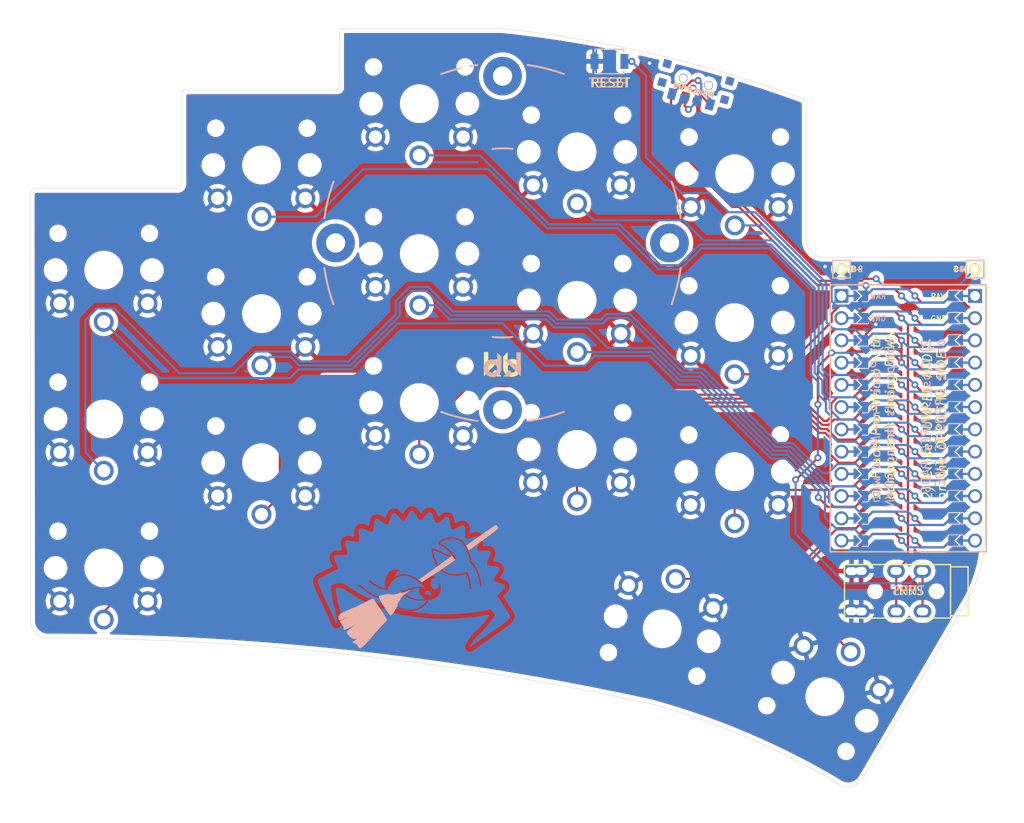
<source format=kicad_pcb>
(kicad_pcb (version 20211014) (generator pcbnew)
  (layers (0 "F.Cu" signal) (31 "B.Cu" signal) (34 "B.Paste" user) (35 "F.Paste" user) (36 "B.SilkS" user "B.Silkscreen") (37 "F.SilkS" user "F.Silkscreen") (38 "B.Mask" user) (39 "F.Mask" user) (44 "Edge.Cuts" user))
  (net 0 "")
  (net 1 "gnd")
  (net 2 "vcc")
  (net 3 "Switch18")
  (net 4 "reset")
  (net 5 "Switch1")
  (net 6 "Switch2")
  (net 7 "Switch3")
  (net 8 "Switch4")
  (net 9 "Switch5")
  (net 10 "Switch6")
  (net 11 "Switch7")
  (net 12 "Switch8")
  (net 13 "Switch9")
  (net 14 "Switch10")
  (net 15 "Switch11")
  (net 16 "Switch12")
  (net 17 "Switch13")
  (net 18 "Switch14")
  (net 19 "Switch15")
  (net 20 "Switch16")
  (net 21 "Switch17")
  (net 22 "raw")
  (net 23 "BT+_r")
  (net 24 "Net-(SW_POWERR1-Pad1)")
  (footprint "kbd:1pin_conn" (layer "F.Cu") (at 126.492 45.974)
    (fp_text reference "B+")
    (fp_text value "MountingHole_Pad" hide)
  )
  (footprint "kbd:1pin_conn" (layer "F.Cu") (at 111.252 45.974)
    (fp_text reference "B-")
    (fp_text value "MountingHole_Pad" hide)
  )
  (footprint "Kailh:TRRS-PJ-DPB2" (layer "F.Cu") (at 123.698 82.75 -90)
    (fp_text reference "J2")
    (fp_text value "AudioJack4dpb" hide)
  )
  (footprint "Sweep half-swept:SW_PG1350_rev_DPB" (layer "F.Cu") (at 27.08 46.08)
    (fp_text reference "SW1" hide)
    (fp_text value "SW_Push" hide)
  )
  (footprint "Sweep half-swept:SW_PG1350_rev_DPB" (layer "F.Cu") (at 45.08 34.08)
    (fp_text reference "SW2" hide)
    (fp_text value "SW_Push" hide)
  )
  (footprint "Sweep half-swept:SW_PG1350_rev_DPB" (layer "F.Cu") (at 63.08 27.08)
    (fp_text reference "SW3" hide)
    (fp_text value "SW_Push" hide)
  )
  (footprint "Sweep half-swept:SW_PG1350_rev_DPB" (layer "F.Cu") (at 81.08 32.58)
    (fp_text reference "SW4" hide)
    (fp_text value "SW_Push" hide)
  )
  (footprint "Sweep half-swept:SW_PG1350_rev_DPB" (layer "F.Cu") (at 99.08 35.08)
    (fp_text reference "SW5" hide)
    (fp_text value "SW_Push" hide)
  )
  (footprint "Sweep half-swept:SW_PG1350_rev_DPB" (layer "F.Cu") (at 27.08 63.08)
    (fp_text reference "SW6" hide)
    (fp_text value "SW_Push" hide)
  )
  (footprint "Sweep half-swept:SW_PG1350_rev_DPB" (layer "F.Cu") (at 45.08 51.054)
    (fp_text reference "SW7" hide)
    (fp_text value "SW_Push" hide)
  )
  (footprint "Sweep half-swept:SW_PG1350_rev_DPB" (layer "F.Cu") (at 63.08 44.196)
    (fp_text reference "SW8" hide)
    (fp_text value "SW_Push" hide)
  )
  (footprint "Sweep half-swept:SW_PG1350_rev_DPB" (layer "F.Cu") (at 81.08 49.53)
    (fp_text reference "SW9" hide)
    (fp_text value "SW_Push" hide)
  )
  (footprint "Sweep half-swept:SW_PG1350_rev_DPB" (layer "F.Cu") (at 99.06 52.07)
    (fp_text reference "SW10" hide)
    (fp_text value "SW_Push" hide)
  )
  (footprint "Sweep half-swept:SW_PG1350_rev_DPB" (layer "F.Cu") (at 27.08 80.08)
    (fp_text reference "SW11" hide)
    (fp_text value "SW_Push" hide)
  )
  (footprint "Sweep half-swept:SW_PG1350_rev_DPB" (layer "F.Cu") (at 45.08 68.072)
    (fp_text reference "SW12" hide)
    (fp_text value "SW_Push" hide)
  )
  (footprint "Sweep half-swept:SW_PG1350_rev_DPB" (layer "F.Cu") (at 63.08 61.214)
    (fp_text reference "SW13" hide)
    (fp_text value "SW_Push" hide)
  )
  (footprint "Sweep half-swept:SW_PG1350_rev_DPB" (layer "F.Cu") (at 81.08 66.548)
    (fp_text reference "SW14" hide)
    (fp_text value "SW_Push" hide)
  )
  (footprint "Sweep half-swept:SW_PG1350_rev_DPB" (layer "F.Cu") (at 99.06 69.088)
    (fp_text reference "SW15" hide)
    (fp_text value "SW_Push" hide)
  )
  (footprint "Sweep half-swept:SW_PG1350_rev_DPB" (layer "F.Cu") (at 109.356 94.78 150)
    (fp_text reference "SW17" hide)
    (fp_text value "SW_Push" hide)
  )
  (footprint "Sweep half-swept:SW_PG1350_rev_DPB" (layer "F.Cu") (at 90.796 87.03 165)
    (fp_text reference "SW16" hide)
    (fp_text value "SW_Push" hide)
  )
  (footprint "* duckyb-collection:ProMicro_jumpers_facedown" (layer "F.Cu") (at 118.872 62.992 -90)
    (fp_text reference "U1" hide)
    (fp_text value "ProMicro-kbd" hide)
  )
  (footprint "kbd:Tenting_Puck2" (layer "F.Cu") (at 72.58 42.98)
    (fp_text reference "REF**" hide)
    (fp_text value "Tenting Puck" hide)
  )
  (footprint "Kailh:SPDT_C128955" (layer "F.Cu") (at 94.6404 24.570573 -15.5)
    (fp_text reference "POWER SW")
    (fp_text value "SW_SPDT")
  )
  (footprint "* duckyb-collection:Tactile-Switch_SMT" (layer "F.Cu") (at 84.7852 22.2504)
    (fp_text reference "RSW2" hide)
    (fp_text value "SW_Push")
  )
  (footprint "Kailh:ferris_broom" (layer "B.Cu") (at 64.008 82.042 170)
    (fp_text reference "G***" hide)
    (fp_text value "LOGO" hide)
  )
  (gr_arc (start 126.885 44.612) (mid 127.41533 44.83167) (end 127.635 45.362) (layer "Edge.Cuts") (width 0.05))
  (gr_line (start 18.690055 37.5) (end 18.730254 86.245024) (layer "Edge.Cuts") (width 0.05))
  (gr_arc (start 106.78729 26.456889) (mid 107.104079 26.733645) (end 107.222045 27.137419) (layer "Edge.Cuts") (width 0.05))
  (gr_arc (start 89.409134 95.561946) (mid 100.486488 99.421597) (end 110.938 104.748) (layer "Edge.Cuts") (width 0.05))
  (gr_arc (start 109.257002 44.614917) (mid 107.844534 44.065716) (end 107.222001 42.683999) (layer "Edge.Cuts") (width 0.05))
  (gr_arc (start 72.5 18.5) (mid 89.88741 21.428029) (end 106.78729 26.456889) (layer "Edge.Cuts") (width 0.05))
  (gr_arc (start 113.67 104.149265) (mid 112.428995 105.01898) (end 110.938 104.748) (layer "Edge.Cuts") (width 0.05))
  (gr_arc (start 20.768 88.081119) (mid 55.288442 89.987554) (end 89.409134 95.561946) (layer "Edge.Cuts") (width 0.05))
  (gr_arc (start 20.768 88.081119) (mid 19.380573 87.572102) (end 18.730254 86.245024) (layer "Edge.Cuts") (width 0.05))
  (gr_line (start 127.635 45.362) (end 127.635 62.484) (layer "Edge.Cuts") (width 0.05))
  (gr_line (start 107.222001 42.683999) (end 107.222045 27.137419) (layer "Edge.Cuts") (width 0.05))
  (gr_line (start 109.257002 44.614917) (end 126.885 44.612) (layer "Edge.Cuts") (width 0.05))
  (gr_line (start 125.888304 83.312) (end 113.67 104.149265) (layer "Edge.Cuts") (width 0.05))
  (gr_arc (start 127.635 75.98785) (mid 127.177913 79.749197) (end 125.888304 83.312) (layer "Edge.Cuts") (width 0.05))
  (gr_line (start 127.635 62.484) (end 127.647 69.85) (layer "Edge.Cuts") (width 0.05))
  (gr_line (start 127.647 69.85) (end 127.635 75.98785) (layer "Edge.Cuts") (width 0.05))
  (gr_arc (start 36 36.25) (mid 35.853553 36.603553) (end 35.5 36.75) (layer "Edge.Cuts") (width 0.05))
  (gr_line (start 54 25.25) (end 54 18.75) (layer "Edge.Cuts") (width 0.05))
  (gr_arc (start 54 18.75) (mid 54.073223 18.573223) (end 54.25 18.5) (layer "Edge.Cuts") (width 0.05))
  (gr_arc (start 18.690055 37.5) (mid 18.845482 37.032016) (end 19.25 36.75) (layer "Edge.Cuts") (width 0.05))
  (gr_arc (start 36 25.75) (mid 36.073223 25.573223) (end 36.25 25.5) (layer "Edge.Cuts") (width 0.05))
  (gr_line (start 19.25 36.75) (end 35.5 36.75) (layer "Edge.Cuts") (width 0.05))
  (gr_line (start 36 36.25) (end 36 25.75) (layer "Edge.Cuts") (width 0.05))
  (gr_line (start 54.25 18.5) (end 72.5 18.5) (layer "Edge.Cuts") (width 0.05))
  (gr_arc (start 54 25.25) (mid 53.926777 25.426777) (end 53.75 25.5) (layer "Edge.Cuts") (width 0.05))
  (gr_line (start 36.25 25.5) (end 53.75 25.5) (layer "Edge.Cuts") (width 0.05))
  (gr_text "RAW" (at 116.40097 49.0728) (layer "B.SilkS") (effects (font (size 0.6 0.6) (thickness 0.12)) (justify left mirror)))
  (gr_text "B-" (at 113.03 45.974) (layer "B.SilkS") (effects (font (size 0.6 0.6)) (justify mirror)))
  (gr_text "2) Close JUMPER PADS\non the OPPOSITE SIDE" (at 121.7168 53.7464 90) (layer "B.SilkS") (effects (font (size 1 1) (thickness 0.15) italic) (justify left mirror)))
  (gr_text "GND" (at 116.40097 51.6128) (layer "B.SilkS") (effects (font (size 0.6 0.6) (thickness 0.12)) (justify left mirror)))
  (gr_text "1) Place Pro-Micro with\ncomponents facing DOWN" (at 115.9764 53.7464 90) (layer "B.SilkS") (effects (font (size 1 1) (thickness 0.15) italic) (justify left mirror)))
  (gr_text "B+" (at 124.587 45.974) (layer "B.SilkS") (effects (font (size 0.6 0.6)) (justify mirror)))
  (gr_text "1) Place Pro-Micro with\ncomponents facing DOWN" (at 115.9764 72.4408 90) (layer "F.SilkS") (effects (font (size 1 1) (thickness 0.15) italic) (justify left)))
  (gr_text "GND" (at 121.3612 51.6128) (layer "F.SilkS") (effects (font (size 0.6 0.6) (thickness 0.12)) (justify left)))
  (gr_text "2) Close JUMPER PADS\non the OPPOSITE SIDE" (at 121.8692 72.4408 90) (layer "F.SilkS") (effects (font (size 1 1) (thickness 0.15) italic) (justify left)))
  (gr_text "TRRS" (at 118.872 82.677) (layer "F.SilkS") (effects (font (size 1 1))))
  (gr_text "RAW" (at 121.3612 49.0728) (layer "F.SilkS") (effects (font (size 0.6 0.6) (thickness 0.12)) (justify left)))
  (segment (start 114.046 53.3908) (end 115.1636 52.2732) (width 0.25) (layer "F.Cu") (net 1))
  (segment (start 118.11 56.642) (end 118.11 54.102) (width 0.25) (layer "F.Cu") (net 1))
  (segment (start 114.046 54.102) (end 114.046 53.3908) (width 0.25) (layer "F.Cu") (net 1))
  (via (at 115.1636 52.2732) (size 0.8) (drill 0.4) (layers "F.Cu" "B.Cu") (net 1))
  (via (at 109.3724 45.6692) (size 0.8) (drill 0.4) (layers "F.Cu" "B.Cu") (net 1))
  (via (at 89.3572 22.4536) (size 0.8) (drill 0.4) (layers "F.Cu" "B.Cu") (net 1))
  (segment (start 112.630511 50.146511) (end 110.661711 50.146511) (width 0.25) (layer "B.Cu") (net 1))
  (segment (start 110.127489 47.098511) (end 111.252 45.974) (width 0.25) (layer "B.Cu") (net 1))
  (segment (start 114.7572 52.2732) (end 114.046 51.562) (width 0.25) (layer "B.Cu") (net 1))
  (segment (start 110.661711 50.146511) (end 110.127489 49.612289) (width 0.25) (layer "B.Cu") (net 1))
  (segment (start 114.046 51.562) (end 112.630511 50.146511) (width 0.25) (layer "B.Cu") (net 1))
  (segment (start 115.1636 52.2732) (end 114.7572 52.2732) (width 0.25) (layer "B.Cu") (net 1))
  (segment (start 110.127489 49.612289) (end 110.127489 47.098511) (width 0.25) (layer "B.Cu") (net 1))
  (segment (start 120.498 85.05) (end 120.498 80.44) (width 0.25) (layer "F.Cu") (net 2))
  (segment (start 108.5596 57.0992) (end 108.5596 61.4172) (width 0.25) (layer "F.Cu") (net 2))
  (segment (start 106.0196 70.0024) (end 106.0704 70.0024) (width 0.25) (layer "F.Cu") (net 2))
  (segment (start 106.0704 70.0024) (end 108.5596 67.5132) (width 0.25) (layer "F.Cu") (net 2))
  (segment (start 120.498 80.44) (end 120.478 80.42) (width 0.25) (layer "F.Cu") (net 2))
  (segment (start 110.1344 55.5244) (end 108.5596 57.0992) (width 0.25) (layer "F.Cu") (net 2))
  (via (at 106.0196 70.0024) (size 0.8) (drill 0.4) (layers "F.Cu" "B.Cu") (net 2))
  (via (at 110.1344 55.5244) (size 0.8) (drill 0.4) (layers "F.Cu" "B.Cu") (net 2))
  (via (at 108.5596 67.5132) (size 0.8) (drill 0.4) (layers "F.Cu" "B.Cu") (net 2))
  (via (at 108.5596 61.4172) (size 0.8) (drill 0.4) (layers "F.Cu" "B.Cu") (net 2))
  (segment (start 108.5596 67.5132) (end 108.5596 61.4172) (width 0.25) (layer "B.Cu") (net 2))
  (segment (start 111.6584 81.8388) (end 119.0592 81.8388) (width 0.25) (layer "B.Cu") (net 2))
  (segment (start 110.141311 55.517489) (end 112.921489 55.517489) (width 0.25) (layer "B.Cu") (net 2))
  (segment (start 112.921489 55.517489) (end 114.046 56.642) (width 0.25) (layer "B.Cu") (net 2))
  (segment (start 119.0592 81.8388) (end 120.478 80.42) (width 0.25) (layer "B.Cu") (net 2))
  (segment (start 106.0196 70.0024) (end 106.0196 76.2) (width 0.25) (layer "B.Cu") (net 2))
  (segment (start 110.1344 55.5244) (end 110.141311 55.517489) (width 0.25) (layer "B.Cu") (net 2))
  (segment (start 106.0196 76.2) (end 111.6584 81.8388) (width 0.25) (layer "B.Cu") (net 2))
  (segment (start 118.11 51.562) (end 118.834511 52.286511) (width 0.25) (layer "F.Cu") (net 3))
  (segment (start 118.834511 52.286511) (end 118.834511 79.063489) (width 0.25) (layer "F.Cu") (net 3))
  (segment (start 117.498 80.44) (end 117.478 80.42) (width 0.25) (layer "F.Cu") (net 3))
  (segment (start 118.834511 79.063489) (end 117.478 80.42) (width 0.25) (layer "F.Cu") (net 3))
  (segment (start 117.498 85.05) (end 117.498 80.44) (width 0.25) (layer "F.Cu") (net 3))
  (segment (start 87.3252 22.2504) (end 86.4852 22.2504) (width 0.25) (layer "F.Cu") (net 4))
  (via (at 87.3252 22.2504) (size 0.8) (drill 0.4) (layers "F.Cu" "B.Cu") (net 4))
  (segment (start 86.4852 22.2504) (end 87.3252 22.2504) (width 0.25) (layer "B.Cu") (net 4))
  (segment (start 87.3252 22.2504) (end 88.9508 23.876) (width 0.25) (layer "B.Cu") (net 4))
  (segment (start 88.9508 33.217792) (end 93.020208 37.2872) (width 0.25) (layer "B.Cu") (net 4))
  (segment (start 88.9508 23.876) (end 88.9508 33.217792) (width 0.25) (layer "B.Cu") (net 4))
  (segment (start 96.172452 37.2872) (end 98.356852 39.4716) (width 0.25) (layer "B.Cu") (net 4))
  (segment (start 109.54488 52.03928) (end 110.3376 52.832) (width 0.25) (layer "B.Cu") (net 4))
  (segment (start 93.020208 37.2872) (end 96.172452 37.2872) (width 0.25) (layer "B.Cu") (net 4))
  (segment (start 109.54488 47.593566) (end 109.54488 52.03928) (width 0.25) (layer "B.Cu") (net 4))
  (segment (start 98.356852 39.4716) (end 101.422914 39.4716) (width 0.25) (layer "B.Cu") (net 4))
  (segment (start 101.422914 39.4716) (end 109.54488 47.593566) (width 0.25) (layer "B.Cu") (net 4))
  (segment (start 110.3376 52.832) (end 112.776 52.832) (width 0.25) (layer "B.Cu") (net 4))
  (segment (start 112.776 52.832) (end 114.046 54.102) (width 0.25) (layer "B.Cu") (net 4))
  (segment (start 108.6104 72.0344) (end 109.6772 73.1012) (width 0.25) (layer "F.Cu") (net 5))
  (segment (start 112.8268 73.1012) (end 114.046 71.882) (width 0.25) (layer "F.Cu") (net 5))
  (segment (start 109.6772 73.1012) (end 112.8268 73.1012) (width 0.25) (layer "F.Cu") (net 5))
  (via (at 108.6104 72.0344) (size 0.8) (drill 0.4) (layers "F.Cu" "B.Cu") (net 5))
  (segment (start 108.6104 71.299954) (end 104.925246 67.6148) (width 0.25) (layer "B.Cu") (net 5))
  (segment (start 60.653557 52.14856) (end 55.398597 57.40352) (width 0.25) (layer "B.Cu") (net 5))
  (segment (start 49.32728 57.40352) (end 48.321289 58.409511) (width 0.25) (layer "B.Cu") (net 5))
  (segment (start 103.2256 67.6148) (end 94.742 59.1312) (width 0.25) (layer "B.Cu") (net 5))
  (segment (start 81.9912 56.9976) (end 77.4192 56.9976) (width 0.25) (layer "B.Cu") (net 5))
  (segment (start 83.10928 55.87952) (end 81.9912 56.9976) (width 0.25) (layer "B.Cu") (net 5))
  (segment (start 72.57016 52.14856) (end 60.653557 52.14856) (width 0.25) (layer "B.Cu") (net 5))
  (segment (start 48.321289 58.409511) (end 33.509511 58.409511) (width 0.25) (layer "B.Cu") (net 5))
  (segment (start 108.6104 72.0344) (end 108.6104 71.299954) (width 0.25) (layer "B.Cu") (net 5))
  (segment (start 94.742 59.1312) (end 92.6084 59.1312) (width 0.25) (layer "B.Cu") (net 5))
  (segment (start 55.398597 57.40352) (end 49.32728 57.40352) (width 0.25) (layer "B.Cu") (net 5))
  (segment (start 92.6084 59.1312) (end 89.35672 55.87952) (width 0.25) (layer "B.Cu") (net 5))
  (segment (start 77.4192 56.9976) (end 72.57016 52.14856) (width 0.25) (layer "B.Cu") (net 5))
  (segment (start 33.509511 58.409511) (end 27.08 51.98) (width 0.25) (layer "B.Cu") (net 5))
  (segment (start 89.35672 55.87952) (end 83.10928 55.87952) (width 0.25) (layer "B.Cu") (net 5))
  (segment (start 104.925246 67.6148) (end 103.2256 67.6148) (width 0.25) (layer "B.Cu") (net 5))
  (segment (start 108.62576 60.316396) (end 109.48168 61.172316) (width 0.25) (layer "B.Cu") (net 6))
  (segment (start 108.62576 58.869314) (end 108.62576 60.316396) (width 0.25) (layer "B.Cu") (net 6))
  (segment (start 95.276118 43.5864) (end 102.994846 43.5864) (width 0.25) (layer "B.Cu") (net 6))
  (segment (start 85.69192 41.29272) (end 90.36552 45.96632) (width 0.25) (layer "B.Cu") (net 6))
  (segment (start 110.0328 64.8716) (end 110.838689 65.677489) (width 0.25) (layer "B.Cu") (net 6))
  (segment (start 110.838689 65.677489) (end 112.921489 65.677489) (width 0.25) (layer "B.Cu") (net 6))
  (segment (start 109.48168 62.177698) (end 110.0328 62.728818) (width 0.25) (layer "B.Cu") (net 6))
  (segment (start 90.36552 45.96632) (end 92.896198 45.96632) (width 0.25) (layer "B.Cu") (net 6))
  (segment (start 70.941483 34.544) (end 77.690203 41.29272) (width 0.25) (layer "B.Cu") (net 6))
  (segment (start 110.0328 62.728818) (end 110.0328 64.8716) (width 0.25) (layer "B.Cu") (net 6))
  (segment (start 102.994846 43.5864) (end 107.7468 48.338354) (width 0.25) (layer "B.Cu") (net 6))
  (segment (start 45.08 39.98) (end 51.2568 39.98) (width 0.25) (layer "B.Cu") (net 6))
  (segment (start 109.48168 61.172316) (end 109.48168 62.177698) (width 0.25) (layer "B.Cu") (net 6))
  (segment (start 51.2568 39.98) (end 56.6928 34.544) (width 0.25) (layer "B.Cu") (net 6))
  (segment (start 112.921489 65.677489) (end 114.046 66.802) (width 0.25) (layer "B.Cu") (net 6))
  (segment (start 107.7468 57.990354) (end 108.62576 58.869314) (width 0.25) (layer "B.Cu") (net 6))
  (segment (start 92.896198 45.96632) (end 95.276118 43.5864) (width 0.25) (layer "B.Cu") (net 6))
  (segment (start 56.6928 34.544) (end 70.941483 34.544) (width 0.25) (layer "B.Cu") (net 6))
  (segment (start 107.7468 48.338354) (end 107.7468 57.990354) (width 0.25) (layer "B.Cu") (net 6))
  (segment (start 77.690203 41.29272) (end 85.69192 41.29272) (width 0.25) (layer "B.Cu") (net 6))
  (segment (start 103.181044 43.13688) (end 108.19632 48.152156) (width 0.25) (layer "B.Cu") (net 7))
  (segment (start 92.71 45.5168) (end 95.089921 43.13688) (width 0.25) (layer "B.Cu") (net 7))
  (segment (start 63.08 32.98) (end 70.0132 32.98) (width 0.25) (layer "B.Cu") (net 7))
  (segment (start 95.089921 43.13688) (end 103.181044 43.13688) (width 0.25) (layer "B.Cu") (net 7))
  (segment (start 109.9312 61.9915) (end 111.077189 63.137489) (width 0.25) (layer "B.Cu") (net 7))
  (segment (start 112.921489 63.137489) (end 114.046 64.262) (width 0.25) (layer "B.Cu") (net 7))
  (segment (start 90.596601 45.5168) (end 92.71 45.5168) (width 0.25) (layer "B.Cu") (net 7))
  (segment (start 85.923001 40.8432) (end 90.596601 45.5168) (width 0.25) (layer "B.Cu") (net 7))
  (segment (start 108.19632 57.804156) (end 109.07528 58.683116) (width 0.25) (layer "B.Cu") (net 7))
  (segment (start 109.9312 60.986118) (end 109.9312 61.9915) (width 0.25) (layer "B.Cu") (net 7))
  (segment (start 70.0132 32.98) (end 77.8764 40.8432) (width 0.25) (layer "B.Cu") (net 7))
  (segment (start 108.19632 48.152156) (end 108.19632 57.804156) (width 0.25) (layer "B.Cu") (net 7))
  (segment (start 109.07528 58.683116) (end 109.07528 60.130198) (width 0.25) (layer "B.Cu") (net 7))
  (segment (start 77.8764 40.8432) (end 85.923001 40.8432) (width 0.25) (layer "B.Cu") (net 7))
  (segment (start 109.07528 60.130198) (end 109.9312 60.986118) (width 0.25) (layer "B.Cu") (net 7))
  (segment (start 111.077189 63.137489) (end 112.921489 63.137489) (width 0.25) (layer "B.Cu") (net 7))
  (segment (start 109.5248 58.496918) (end 109.5248 59.944) (width 0.25) (layer "B.Cu") (net 8))
  (segment (start 108.64584 47.965958) (end 108.64584 57.617958) (width 0.25) (layer "B.Cu") (net 8))
  (segment (start 108.64584 57.617958) (end 109.5248 58.496918) (width 0.25) (layer "B.Cu") (net 8))
  (segment (start 110.178289 60.597489) (end 112.921489 60.597489) (width 0.25) (layer "B.Cu") (net 8))
  (segment (start 109.5248 59.944) (end 110.178289 60.597489) (width 0.25) (layer "B.Cu") (net 8))
  (segment (start 103.367242 42.68736) (end 108.64584 47.965958) (width 0.25) (layer "B.Cu") (net 8))
  (segment (start 95.51936 42.68736) (end 103.367242 42.68736) (width 0.25) (layer "B.Cu") (net 8))
  (segment (start 81.08 38.48) (end 82.986 40.386) (width 0.25) (layer "B.Cu") (net 8))
  (segment (start 82.986 40.386) (end 93.218 40.386) (width 0.25) (layer "B.Cu") (net 8))
  (segment (start 93.218 40.386) (end 95.51936 42.68736) (width 0.25) (layer "B.Cu") (net 8))
  (segment (start 112.921489 60.597489) (end 114.046 61.722) (width 0.25) (layer "B.Cu") (net 8))
  (segment (start 102.2956 40.98) (end 109.09536 47.779763) (width 0.25) (layer "B.Cu") (net 9))
  (segment (start 109.728 58.0644) (end 110.7793 58.0644) (width 0.25) (layer "B.Cu") (net 9))
  (segment (start 110.7793 58.0644) (end 110.786211 58.057489) (width 0.25) (layer "B.Cu") (net 9))
  (segment (start 110.786211 58.057489) (end 112.921489 58.057489) (width 0.25) (layer "B.Cu") (net 9))
  (segment (start 109.09536 57.43176) (end 109.728 58.0644) (width 0.25) (layer "B.Cu") (net 9))
  (segment (start 99.08 40.98) (end 102.2956 40.98) (width 0.25) (layer "B.Cu") (net 9))
  (segment (start 112.921489 58.057489) (end 114.046 59.182) (width 0.25) (layer "B.Cu") (net 9))
  (segment (start 109.09536 47.779763) (end 109.09536 57.43176) (width 0.25) (layer "B.Cu") (net 9))
  (segment (start 103.970392 65.81672) (end 105.670037 65.81672) (width 0.25) (layer "B.Cu") (net 10))
  (segment (start 105.933359 66.080043) (end 109.093716 69.2404) (width 0.25) (layer "B.Cu") (net 10))
  (segment (start 109.093716 69.2404) (end 109.7633 69.2404) (width 0.25) (layer "B.Cu") (net 10))
  (segment (start 24.990979 66.890979) (end 24.990979 51.767821) (width 0.25) (layer "B.Cu") (net 10))
  (segment (start 66.9036 50.8) (end 77.9272 50.8) (width 0.25) (layer "B.Cu") (net 10))
  (segment (start 41.926209 57.844991) (end 44.3992 55.372) (width 0.25) (layer "B.Cu") (net 10))
  (segment (start 87.373843 51.353772) (end 93.353192 57.33312) (width 0.25) (layer "B.Cu") (net 10))
  (segment (start 105.670037 65.81672) (end 105.933359 66.080043) (width 0.25) (layer "B.Cu") (net 10))
  (segment (start 78.85696 51.72976) (end 83.80464 51.72976) (width 0.25) (layer "B.Cu") (net 10))
  (segment (start 110.786211 68.217489) (end 112.921489 68.217489) (width 0.25) (layer "B.Cu") (net 10))
  (segment (start 95.486792 57.33312) (end 103.970392 65.81672) (width 0.25) (layer "B.Cu") (net 10))
  (segment (start 55.026202 56.50448) (end 60.4012 51.129482) (width 0.25) (layer "B.Cu") (net 10))
  (segment (start 64.1096 48.006) (end 66.9036 50.8) (width 0.25) (layer "B.Cu") (net 10))
  (segment (start 84.443951 51.090449) (end 87.110521 51.090449) (width 0.25) (layer "B.Cu") (net 10))
  (segment (start 48.4124 55.372) (end 49.54488 56.50448) (width 0.25) (layer "B.Cu") (net 10))
  (segment (start 109.7633 69.2404) (end 110.786211 68.217489) (width 0.25) (layer "B.Cu") (net 10))
  (segment (start 61.976 48.006) (end 64.1096 48.006) (width 0.25) (layer "B.Cu") (net 10))
  (segment (start 87.110521 51.090449) (end 87.373843 51.353772) (width 0.25) (layer "B.Cu") (net 10))
  (segment (start 60.4012 49.5808) (end 61.976 48.006) (width 0.25) (layer "B.Cu") (net 10))
  (segment (start 28.2956 50.4444) (end 35.696191 57.844991) (width 0.25) (layer "B.Cu") (net 10))
  (segment (start 93.353192 57.33312) (end 95.486792 57.33312) (width 0.25) (layer "B.Cu") (net 10))
  (segment (start 83.80464 51.72976) (end 84.443951 51.090449) (width 0.25) (layer "B.Cu") (net 10))
  (segment (start 49.54488 56.50448) (end 55.026202 56.50448) (width 0.25) (layer "B.Cu") (net 10))
  (segment (start 27.08 68.98) (end 24.990979 66.890979) (width 0.25) (layer "B.Cu") (net 10))
  (segment (start 35.696191 57.844991) (end 41.926209 57.844991) (width 0.25) (layer "B.Cu") (net 10))
  (segment (start 77.9272 50.8) (end 78.85696 51.72976) (width 0.25) (layer "B.Cu") (net 10))
  (segment (start 26.3144 50.4444) (end 28.2956 50.4444) (width 0.25) (layer "B.Cu") (net 10))
  (segment (start 24.990979 51.767821) (end 26.3144 50.4444) (width 0.25) (layer "B.Cu") (net 10))
  (segment (start 44.3992 55.372) (end 48.4124 55.372) (width 0.25) (layer "B.Cu") (net 10))
  (segment (start 60.4012 51.129482) (end 60.4012 49.5808) (width 0.25) (layer "B.Cu") (net 10))
  (segment (start 112.921489 68.217489) (end 114.046 69.342) (width 0.25) (layer "B.Cu") (net 10))
  (segment (start 103.784194 66.26624) (end 105.483839 66.26624) (width 0.25) (layer "B.Cu") (net 11))
  (segment (start 86.924323 51.539969) (end 93.166994 57.78264) (width 0.25) (layer "B.Cu") (net 11))
  (segment (start 93.166994 57.78264) (end 95.300594 57.78264) (width 0.25) (layer "B.Cu") (net 11))
  (segment (start 95.300594 57.78264) (end 103.784194 66.26624) (width 0.25) (layer "B.Cu") (net 11))
  (segment (start 109.975089 70.757489) (end 112.921489 70.757489) (width 0.25) (layer "B.Cu") (net 11))
  (segment (start 112.921489 70.757489) (end 114.046 71.882) (width 0.25) (layer "B.Cu") (net 11))
  (segment (start 60.85072 49.84248) (end 62.23768 48.45552) (width 0.25) (layer "B.Cu") (net 11))
  (segment (start 48.378602 55.97392) (end 49.358683 56.954) (width 0.25) (layer "B.Cu") (net 11))
  (segment (start 46.06008 55.97392) (end 48.378602 55.97392) (width 0.25) (layer "B.Cu") (net 11))
  (segment (start 62.23768 48.45552) (end 63.923403 48.45552) (width 0.25) (layer "B.Cu") (net 11))
  (segment (start 60.85072 51.315679) (end 60.85072 49.84248) (width 0.25) (layer "B.Cu") (net 11))
  (segment (start 45.08 56.954) (end 46.06008 55.97392) (width 0.25) (layer "B.Cu") (net 11))
  (segment (start 66.717403 51.24952) (end 77.741002 51.24952) (width 0.25) (layer "B.Cu") (net 11))
  (segment (start 84.630149 51.539969) (end 86.924323 51.539969) (width 0.25) (layer "B.Cu") (net 11))
  (segment (start 78.670762 52.17928) (end 83.990838 52.17928) (width 0.25) (layer "B.Cu") (net 11))
  (segment (start 105.483839 66.26624) (end 109.975089 70.757489) (width 0.25) (layer "B.Cu") (net 11))
  (segment (start 63.923403 48.45552) (end 66.717403 51.24952) (width 0.25) (layer "B.Cu") (net 11))
  (segment (start 55.2124 56.954) (end 60.85072 51.315679) (width 0.25) (layer "B.Cu") (net 11))
  (segment (start 49.358683 56.954) (end 55.2124 56.954) (width 0.25) (layer "B.Cu") (net 11))
  (segment (start 77.741002 51.24952) (end 78.670762 52.17928) (width 0.25) (layer "B.Cu") (net 11))
  (segment (start 83.990838 52.17928) (end 84.630149 51.539969) (width 0.25) (layer "B.Cu") (net 11))
  (segment (start 84.582 54.9656) (end 89.714236 54.9656) (width 0.25) (layer "B.Cu") (net 12))
  (segment (start 109.82192 71.240039) (end 109.82192 72.53472) (width 0.25) (layer "B.Cu") (net 12))
  (segment (start 64.928165 50.096) (end 66.531206 51.69904) (width 0.25) (layer "B.Cu") (net 12))
  (segment (start 109.82192 72.53472) (end 110.4392 73.152) (width 0.25) (layer "B.Cu") (net 12))
  (segment (start 89.714236 54.9656) (end 92.980796 58.23216) (width 0.25) (layer "B.Cu") (net 12))
  (segment (start 63.08 50.096) (end 64.928165 50.096) (width 0.25) (layer "B.Cu") (net 12))
  (segment (start 103.597996 66.71576) (end 105.297641 66.71576) (width 0.25) (layer "B.Cu") (net 12))
  (segment (start 95.114396 58.23216) (end 103.597996 66.71576) (width 0.25) (layer "B.Cu") (net 12))
  (segment (start 82.2452 52.6288) (end 84.582 54.9656) (width 0.25) (layer "B.Cu") (net 12))
  (segment (start 66.531206 51.69904) (end 77.554804 51.69904) (width 0.25) (layer "B.Cu") (net 12))
  (segment (start 92.980796 58.23216) (end 95.114396 58.23216) (width 0.25) (layer "B.Cu") (net 12))
  (segment (start 112.776 73.152) (end 114.046 74.422) (width 0.25) (layer "B.Cu") (net 12))
  (segment (start 78.484565 52.6288) (end 82.2452 52.6288) (width 0.25) (layer "B.Cu") (net 12))
  (segment (start 110.4392 73.152) (end 112.776 73.152) (width 0.25) (layer "B.Cu") (net 12))
  (segment (start 105.297641 66.71576) (end 109.82192 71.240039) (width 0.25) (layer "B.Cu") (net 12))
  (segment (start 77.554804 51.69904) (end 78.484565 52.6288) (width 0.25) (layer "B.Cu") (net 12))
  (segment (start 112.776 75.692) (end 114.046 76.962) (width 0.25) (layer "B.Cu") (net 13))
  (segment (start 105.111444 67.16528) (end 109.3724 71.426236) (width 0.25) (layer "B.Cu") (net 13))
  (segment (start 110.744 75.692) (end 112.776 75.692) (width 0.25) (layer "B.Cu") (net 13))
  (segment (start 103.411798 67.16528) (end 105.111444 67.16528) (width 0.25) (layer "B.Cu") (net 13))
  (segment (start 81.08 55.43) (end 89.542918 55.43) (width 0.25) (layer "B.Cu") (net 13))
  (segment (start 89.542918 55.43) (end 92.794598 58.68168) (width 0.25) (layer "B.Cu") (net 13))
  (segment (start 109.3724 71.426236) (end 109.3724 74.3204) (width 0.25) (layer "B.Cu") (net 13))
  (segment (start 94.928198 58.68168) (end 103.411798 67.16528) (width 0.25) (layer "B.Cu") (net 13))
  (segment (start 109.3724 74.3204) (end 110.744 75.692) (width 0.25) (layer "B.Cu") (net 13))
  (segment (start 92.794598 58.68168) (end 94.928198 58.68168) (width 0.25) (layer "B.Cu") (net 13))
  (segment (start 112.921489 50.146511) (end 114.046 49.022) (width 0.25) (layer "F.Cu") (net 14))
  (segment (start 110.127489 51.060911) (end 111.041889 50.146511) (width 0.25) (layer "F.Cu") (net 14))
  (segment (start 104.1328 57.97) (end 110.127489 51.975311) (width 0.25) (layer "F.Cu") (net 14))
  (segment (start 111.041889 50.146511) (end 112.921489 50.146511) (width 0.25) (layer "F.Cu") (net 14))
  (segment (start 110.127489 51.975311) (end 110.127489 51.060911) (width 0.25) (layer "F.Cu") (net 14))
  (segment (start 99.06 57.97) (end 104.1328 57.97) (width 0.25) (layer "F.Cu") (net 14))
  (segment (start 106.257265 60.306511) (end 109.255234 63.30448) (width 0.25) (layer "F.Cu") (net 15))
  (segment (start 30.6324 74.676) (end 41.360819 63.947581) (width 0.25) (layer "F.Cu") (net 15))
  (segment (start 112.630511 60.597489) (end 114.046 59.182) (width 0.25) (layer "F.Cu") (net 15))
  (segment (start 27.08 85.0864) (end 30.6324 81.534) (width 0.25) (layer "F.Cu") (net 15))
  (segment (start 41.360819 63.947581) (end 46.719501 63.947581) (width 0.25) (layer "F.Cu") (net 15))
  (segment (start 110.0836 61.3001) (end 110.786211 60.597489) (width 0.25) (layer "F.Cu") (net 15))
  (segment (start 91.088481 60.306511) (end 106.257265 60.306511) (width 0.25) (layer "F.Cu") (net 15))
  (segment (start 109.255234 63.30448) (end 109.592602 63.30448) (width 0.25) (layer "F.Cu") (net 15))
  (segment (start 109.592602 63.30448) (end 110.0836 62.813482) (width 0.25) (layer "F.Cu") (net 15))
  (segment (start 46.719501 63.947581) (end 52.247082 58.42) (width 0.25) (layer "F.Cu") (net 15))
  (segment (start 30.6324 81.534) (end 30.6324 74.676) (width 0.25) (layer "F.Cu") (net 15))
  (segment (start 110.786211 60.597489) (end 112.630511 60.597489) (width 0.25) (layer "F.Cu") (net 15))
  (segment (start 52.247082 58.42) (end 89.20197 58.42) (width 0.25) (layer "F.Cu") (net 15))
  (segment (start 27.08 85.98) (end 27.08 85.0864) (width 0.25) (layer "F.Cu") (net 15))
  (segment (start 89.20197 58.42) (end 91.088481 60.306511) (width 0.25) (layer "F.Cu") (net 15))
  (segment (start 110.0836 62.813482) (end 110.0836 61.3001) (width 0.25) (layer "F.Cu") (net 15))
  (segment (start 112.630511 63.137489) (end 114.046 61.722) (width 0.25) (layer "F.Cu") (net 16))
  (segment (start 47.1424 71.9096) (end 47.1424 70.161021) (width 0.25) (layer "F.Cu") (net 16))
  (segment (start 52.43328 58.86952) (end 89.015773 58.86952) (width 0.25) (layer "F.Cu") (net 16))
  (segment (start 47.169021 70.161021) (end 47.169021 64.133779) (width 0.25) (layer "F.Cu") (net 16))
  (segment (start 109.7788 63.754) (end 110.395311 63.137489) (width 0.25) (layer "F.Cu") (net 16))
  (segment (start 47.1424 70.161021) (end 47.169021 70.161021) (width 0.25) (layer "F.Cu") (net 16))
  (segment (start 110.395311 63.137489) (end 112.630511 63.137489) (width 0.25) (layer "F.Cu") (net 16))
  (segment (start 47.169021 64.133779) (end 52.43328 58.86952) (width 0.25) (layer "F.Cu") (net 16))
  (segment (start 90.902284 60.756031) (end 106.071067 60.756031) (width 0.25) (layer "F.Cu") (net 16))
  (segment (start 45.08 73.972) (end 47.1424 71.9096) (width 0.25) (layer "F.Cu") (net 16))
  (segment (start 106.071067 60.756031) (end 109.069036 63.754) (width 0.25) (layer "F.Cu") (net 16))
  (segment (start 89.015773 58.86952) (end 90.902284 60.756031) (width 0.25) (layer "F.Cu") (net 16))
  (segment (start 109.069036 63.754) (end 109.7788 63.754) (width 0.25) (layer "F.Cu") (net 16))
  (segment (start 63.08 64.980992) (end 68.741952 59.31904) (width 0.25) (layer "F.Cu") (net 17))
  (segment (start 90.716086 61.205551) (end 105.884869 61.205551) (width 0.25) (layer "F.Cu") (net 17))
  (segment (start 112.8776 65.4304) (end 114.046 64.262) (width 0.25) (layer "F.Cu") (net 17))
  (segment (start 63.08 67.114) (end 63.08 64.980992) (width 0.25) (layer "F.Cu") (net 17))
  (segment (start 110.7948 65.4304) (end 112.8776 65.4304) (width 0.25) (layer "F.Cu") (net 17))
  (segment (start 88.829575 59.31904) (end 90.716086 61.205551) (width 0.25) (layer "F.Cu") (net 17))
  (segment (start 108.882839 64.20352) (end 109.56792 64.20352) (width 0.25) (layer "F.Cu") (net 17))
  (segment (start 109.56792 64.20352) (end 110.7948 65.4304) (width 0.25) (layer "F.Cu") (net 17))
  (segment (start 68.741952 59.31904) (end 88.829575 59.31904) (width 0.25) (layer "F.Cu") (net 17))
  (segment (start 105.884869 61.205551) (end 108.882839 64.20352) (width 0.25) (layer "F.Cu") (net 17))
  (segment (start 89.170129 61.655071) (end 105.698671 61.655071) (width 0.25) (layer "F.Cu") (net 18))
  (segment (start 109.381722 64.65304) (end 109.982 65.253318) (width 0.25) (layer "F.Cu") (net 18))
  (segment (start 109.982 67.1223) (end 110.9317 68.072) (width 0.25) (layer "F.Cu") (net 18))
  (segment (start 108.696642 64.65304) (end 109.381722 64.65304) (width 0.25) (layer "F.Cu") (net 18))
  (segment (start 81.08 69.7452) (end 89.170129 61.655071) (width 0.25) (layer "F.Cu") (net 18))
  (segment (start 109.982 65.253318) (end 109.982 67.1223) (width 0.25) (layer "F.Cu") (net 18))
  (segment (start 105.698671 61.655071) (end 108.696642 64.65304) (width 0.25) (layer "F.Cu") (net 18))
  (segment (start 81.08 72.448) (end 81.08 69.7452) (width 0.25) (layer "F.Cu") (net 18))
  (segment (start 112.776 68.072) (end 114.046 66.802) (width 0.25) (layer "F.Cu") (net 18))
  (segment (start 110.9317 68.072) (end 112.776 68.072) (width 0.25) (layer "F.Cu") (net 18))
  (segment (start 110.12665 71.1708) (end 110.539961 70.757489) (width 0.25) (layer "F.Cu") (net 19))
  (segment (start 99.06 74.988) (end 99.06 72.854992) (width 0.25) (layer "F.Cu") (net 19))
  (segment (start 100.744192 71.1708) (end 110.12665 71.1708) (width 0.25) (layer "F.Cu") (net 19))
  (segment (start 112.630511 70.757489) (end 114.046 69.342) (width 0.25) (layer "F.Cu") (net 19))
  (segment (start 99.06 72.854992) (end 100.744192 71.1708) (width 0.25) (layer "F.Cu") (net 19))
  (segment (start 110.539961 70.757489) (end 112.630511 70.757489) (width 0.25) (layer "F.Cu") (net 19))
  (segment (start 110.786211 75.546511) (end 112.921489 75.546511) (width 0.25) (layer "F.Cu") (net 20))
  (segment (start 112.921489 75.546511) (end 114.046 74.422) (width 0.25) (layer "F.Cu") (net 20))
  (segment (start 105.001684 81.331038) (end 110.786211 75.546511) (width 0.25) (layer "F.Cu") (net 20))
  (segment (start 92.323032 81.331038) (end 105.001684 81.331038) (width 0.25) (layer "F.Cu") (net 20))
  (segment (start 108.881929 78.086511) (end 112.921489 78.086511) (width 0.25) (layer "F.Cu") (net 21))
  (segment (start 105.41 82.77445) (end 105.41 81.55844) (width 0.25) (layer "F.Cu") (net 21))
  (segment (start 105.41 81.55844) (end 108.881929 78.086511) (width 0.25) (layer "F.Cu") (net 21))
  (segment (start 112.921489 78.086511) (end 114.046 76.962) (width 0.25) (layer "F.Cu") (net 21))
  (segment (start 112.306 89.67045) (end 105.41 82.77445) (width 0.25) (layer "F.Cu") (net 21))
  (segment (start 108.458 47.752) (end 99.568 38.862) (width 0.25) (layer "F.Cu") (net 22))
  (segment (start 114.046 47.8536) (end 113.9444 47.752) (width 0.25) (layer "F.Cu") (net 22))
  (segment (start 99.568 38.862) (end 98.7552 38.862) (width 0.25) (layer "F.Cu") (net 22))
  (segment (start 92.888235 24.998297) (end 93.611089 24.998297) (width 0.25) (layer "F.Cu") (net 22))
  (segment (start 113.9444 47.752) (end 108.458 47.752) (width 0.25) (layer "F.Cu") (net 22))
  (segment (start 95.96888 36.07568) (end 95.96888 35.735872) (width 0.25) (layer "F.Cu") (net 22))
  (segment (start 93.611089 24.998297) (end 94.174586 24.4348) (width 0.25) (layer "F.Cu") (net 22))
  (segment (start 91.80328 26.083252) (end 91.917712 25.96882) (width 0.25) (layer "F.Cu") (net 22))
  (segment (start 91.80328 31.570272) (end 91.80328 26.083252) (width 0.25) (layer "F.Cu") (net 22))
  (segment (start 95.96888 35.735872) (end 91.80328 31.570272) (width 0.25) (layer "F.Cu") (net 22))
  (segment (start 98.7552 38.862) (end 95.96888 36.07568) (width 0.25) (layer "F.Cu") (net 22))
  (segment (start 94.174586 24.4348) (end 94.8944 24.4348) (width 0.25) (layer "F.Cu") (net 22))
  (segment (start 91.917712 25.96882) (end 92.888235 24.998297) (width 0.25) (layer "F.Cu") (net 22))
  (via (at 94.8944 24.4348) (size 0.8) (drill 0.4) (layers "F.Cu" "B.Cu") (net 22))
  (via (at 114.046 47.8536) (size 0.8) (drill 0.4) (layers "F.Cu" "B.Cu") (net 22))
  (segment (start 94.8944 24.4348) (end 95.261325 24.801725) (width 0.25) (layer "B.Cu") (net 22))
  (segment (start 114.046 47.8536) (end 114.046 49.022) (width 0.25) (layer "B.Cu") (net 22))
  (segment (start 95.261325 24.801725) (end 95.261325 25.53008) (width 0.25) (layer "B.Cu") (net 22))
  (segment (start 96.254049 26.522804) (end 96.254049 27.171393) (width 0.25) (layer "B.Cu") (net 22))
  (segment (start 95.261325 25.53008) (end 96.254049 26.522804) (width 0.25) (layer "B.Cu") (net 22))
  (segment (start 98.941398 38.41248) (end 96.4184 35.889482) (width 0.25) (layer "F.Cu") (net 23))
  (segment (start 96.4184 35.549674) (end 92.2528 31.384074) (width 0.25) (layer "F.Cu") (net 23))
  (segment (start 115.2144 47.072415) (end 113.802571 47.072415) (width 0.25) (layer "F.Cu") (net 23))
  (segment (start 113.572506 47.30248) (end 108.644198 47.30248) (width 0.25) (layer "F.Cu") (net 23))
  (segment (start 99.754198 38.41248) (end 98.941398 38.41248) (width 0.25) (layer "F.Cu") (net 23))
  (segment (start 92.2528 27.480034) (end 93.363158 26.369676) (width 0.25) (layer "F.Cu") (net 23))
  (segment (start 93.363158 27.323158) (end 93.7768 27.7368) (width 0.25) (layer "F.Cu") (net 23))
  (segment (start 92.2528 31.384074) (end 92.2528 27.480034) (width 0.25) (layer "F.Cu") (net 23))
  (segment (start 108.644198 47.30248) (end 99.754198 38.41248) (width 0.25) (layer "F.Cu") (net 23))
  (segment (start 113.802571 47.072415) (end 113.572506 47.30248) (width 0.25) (layer "F.Cu") (net 23))
  (segment (start 93.363158 26.369676) (end 93.363158 27.323158) (width 0.25) (layer "F.Cu") (net 23))
  (segment (start 96.4184 35.889482) (end 96.4184 35.549674) (width 0.25) (layer "F.Cu") (net 23))
  (via (at 115.2144 47.072415) (size 0.8) (drill 0.4) (layers "F.Cu" "B.Cu") (net 23))
  (via (at 93.7768 27.7368) (size 0.8) (drill 0.4) (layers "F.Cu" "B.Cu") (net 23))
  (segment (start 115.2144 47.072415) (end 115.893985 47.752) (width 0.25) (layer "B.Cu") (net 23))
  (segment (start 124.714 47.752) (end 126.492 45.974) (width 0.25) (layer "B.Cu") (net 23))
  (segment (start 93.7768 27.7368) (end 93.842337 27.7368) (width 0.25) (layer "B.Cu") (net 23))
  (segment (start 93.842337 27.7368) (end 94.808603 26.770534) (width 0.25) (layer "B.Cu") (net 23))
  (segment (start 115.893985 47.752) (end 124.714 47.752) (width 0.25) (layer "B.Cu") (net 23))
  (segment (start 94.381056 25.2984) (end 96.254049 27.171393) (width 0.25) (layer "F.Cu") (net 24))
  (segment (start 94.3356 25.2984) (end 94.381056 25.2984) (width 0.25) (layer "F.Cu") (net 24))
  (via (at 94.3356 25.2984) (size 0.8) (drill 0.4) (layers "F.Cu" "B.Cu") (net 24))
  (segment (start 92.588132 25.2984) (end 94.3356 25.2984) (width 0.25) (layer "B.Cu") (net 24))
  (segment (start 91.917712 25.96882) (end 92.588132 25.2984) (width 0.25) (layer "B.Cu") (net 24))
  (zone (net 1) (net_name "gnd") (layers F&B.Cu) (connect_pads (clearance 0.508)) (min_thickness 0.254) (fill yes (thermal_gap 0.508) (thermal_bridge_width 0.508) (island_removal_mode 1) (island_area_min 0))
    (polygon (pts (xy 15.24 15.24) (xy 132.08 15.24) (xy 132.08 109.22) (xy 15.24 109.22)))
  )
)
</source>
